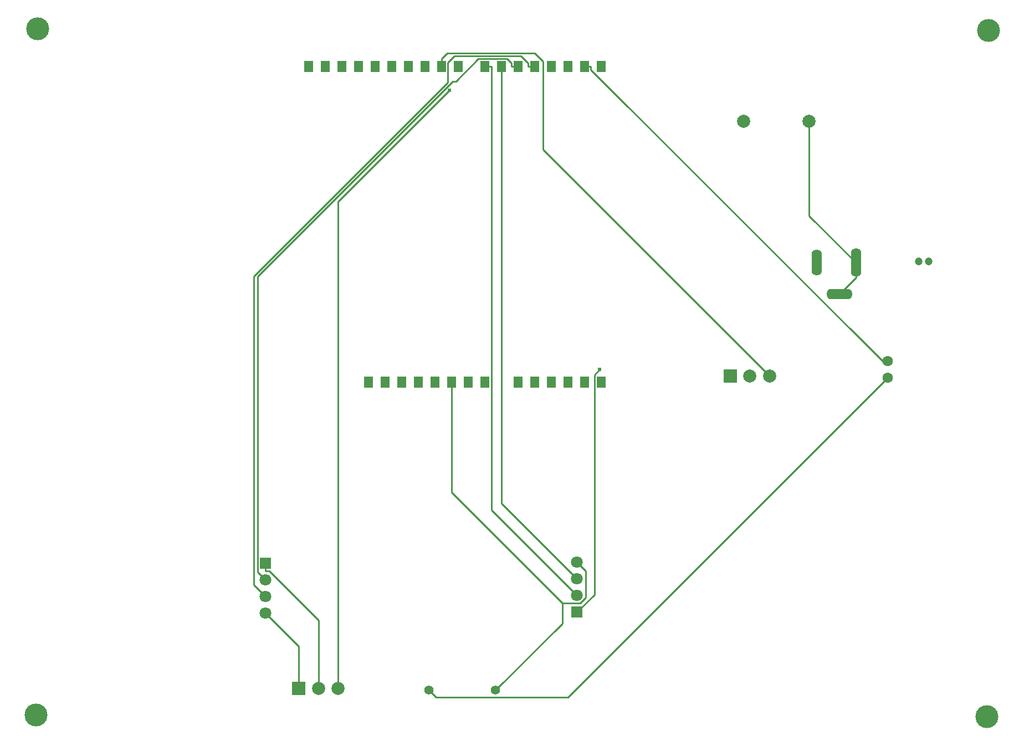
<source format=gbl>
G04 Layer: BottomLayer*
G04 EasyEDA v6.5.51, 2025-12-29 20:22:51*
G04 8c801f094042406f8d7acb605edc259c,d5e4be961509469492984ab41ac85589,10*
G04 Gerber Generator version 0.2*
G04 Scale: 100 percent, Rotated: No, Reflected: No *
G04 Dimensions in millimeters *
G04 leading zeros omitted , absolute positions ,4 integer and 5 decimal *
%FSLAX45Y45*%
%MOMM*%

%ADD10C,0.2540*%
%ADD11C,1.2000*%
%ADD12C,2.0000*%
%ADD13R,2.0000X2.0000*%
%ADD14R,1.4224X1.7069*%
%ADD15R,0.0140X1.7069*%
%ADD16C,1.4000*%
%ADD17C,1.8000*%
%ADD18R,1.8000X1.8000*%
%ADD19C,1.6000*%
%ADD20O,1.599997X3.999992*%
%ADD21O,1.599997X4.399991*%
%ADD22O,3.999992X1.599997*%
%ADD23C,3.5000*%
%ADD24C,0.6096*%

%LPD*%
D10*
X15811502Y3276752D02*
G01*
X15733880Y3276752D01*
X11275062Y7735570D01*
X11275062Y7785100D01*
X11176002Y7785100D02*
G01*
X11275062Y7785100D01*
X10160002Y7785100D02*
G01*
X10060917Y7785100D01*
X10060917Y7785100D02*
G01*
X10060917Y7834629D01*
X9997010Y7898536D01*
X9557057Y7898536D01*
X9211109Y7552588D01*
X9160766Y7552588D01*
X6181117Y4572939D01*
X6181117Y54584D01*
X6299202Y-63500D01*
X9751087Y7785100D02*
G01*
X9755761Y7780426D01*
X9755761Y1001140D01*
X11061702Y-304800D01*
X9652002Y7785100D02*
G01*
X9751087Y7785100D01*
X11061702Y-50800D02*
G01*
X9906002Y1104900D01*
X9906002Y7785100D01*
X10414002Y7785100D02*
G01*
X10314917Y7785100D01*
X10314917Y7785100D02*
G01*
X10314917Y7834629D01*
X10208592Y7940954D01*
X9191652Y7940954D01*
X9090840Y7840141D01*
X9090840Y7540320D01*
X6126634Y4576114D01*
X6126634Y-144932D01*
X6299202Y-317500D01*
X8991602Y7898409D02*
G01*
X9080883Y7987690D01*
X10414764Y7987690D01*
X10541993Y7860461D01*
X10541993Y6509308D01*
X14003301Y3048000D01*
X8991602Y7785100D02*
G01*
X8991602Y7898409D01*
X15074089Y4306595D02*
G01*
X15324101Y4556607D01*
X15324101Y4786604D01*
X14609701Y6946900D02*
G01*
X14609701Y5501004D01*
X15324101Y4786604D01*
X10838487Y-424484D02*
G01*
X11112781Y-424484D01*
X11197617Y-339648D01*
X11197617Y67284D01*
X11061702Y203200D01*
X9144002Y2959125D02*
G01*
X9144002Y1270000D01*
X10838487Y-424484D01*
X10838487Y-424484D02*
G01*
X10838487Y-733221D01*
X9819109Y-1752600D01*
X6812003Y-1727200D02*
G01*
X6812003Y-1084300D01*
X6299202Y-571500D01*
X8799095Y-1752600D02*
G01*
X8908392Y-1861896D01*
X10927158Y-1861896D01*
X15811502Y3022447D01*
X6299202Y72542D02*
G01*
X6358181Y72542D01*
X7112002Y-681278D01*
X7112002Y-1727200D01*
X6299202Y190500D02*
G01*
X6299202Y72542D01*
X11408818Y3148380D02*
G01*
X11327818Y3067380D01*
X11327818Y-292684D01*
X11061702Y-558800D01*
X9109509Y7418527D02*
G01*
X7412001Y5721019D01*
X7412001Y-1727200D01*
D11*
G01*
X16432606Y4800600D03*
G01*
X16282593Y4800600D03*
D12*
G01*
X14003299Y3048000D03*
G01*
X13703300Y3048000D03*
D13*
G01*
X13403300Y3048000D03*
D12*
G01*
X7411999Y-1727200D03*
G01*
X7112000Y-1727200D03*
D13*
G01*
X6812000Y-1727200D03*
D14*
G01*
X9245600Y7785087D03*
G01*
X8991600Y7785087D03*
G01*
X8737600Y7785087D03*
G01*
X8483600Y7785087D03*
G01*
X8229600Y7785087D03*
G01*
X7975600Y7785087D03*
G01*
X7721600Y7785087D03*
G01*
X7467600Y7785087D03*
G01*
X7213600Y7785087D03*
G01*
X6959600Y7785087D03*
G01*
X11430000Y7785087D03*
G01*
X11176000Y7785087D03*
G01*
X10922000Y7785087D03*
G01*
X10668000Y7785087D03*
G01*
X10414000Y7785087D03*
G01*
X10160000Y7785087D03*
G01*
X9906000Y7785087D03*
G01*
X9652000Y7785087D03*
G01*
X10160000Y2959112D03*
G01*
X10414000Y2959112D03*
G01*
X10668000Y2959112D03*
G01*
X10922000Y2959112D03*
G01*
X11176000Y2959112D03*
G01*
X11430000Y2959112D03*
G01*
X7874000Y2959112D03*
G01*
X8128000Y2959112D03*
G01*
X8382000Y2959112D03*
G01*
X8636000Y2959112D03*
G01*
X8890000Y2959112D03*
G01*
X9144000Y2959112D03*
G01*
X9398000Y2959112D03*
G01*
X9652000Y2959112D03*
D16*
G01*
X8799093Y-1752600D03*
G01*
X9819106Y-1752600D03*
D17*
G01*
X6299200Y-571500D03*
G01*
X6299200Y-317500D03*
G01*
X6299200Y-63500D03*
D18*
G01*
X6299200Y190500D03*
D17*
G01*
X11061700Y203200D03*
G01*
X11061700Y-50800D03*
G01*
X11061700Y-304800D03*
D18*
G01*
X11061700Y-558800D03*
D19*
G01*
X15811500Y3276749D03*
G01*
X15811500Y3022445D03*
D12*
G01*
X14609699Y6946900D03*
G01*
X13609700Y6946900D03*
D20*
G01*
X14724110Y4786599D03*
D21*
G01*
X15324109Y4786599D03*
D22*
G01*
X15074097Y4306590D03*
D23*
G01*
X17348200Y8331200D03*
G01*
X17322800Y-2159000D03*
G01*
X2794000Y-2133600D03*
G01*
X2819400Y8356600D03*
D24*
G01*
X9109509Y7418527D03*
G01*
X11408818Y3148380D03*
M02*

</source>
